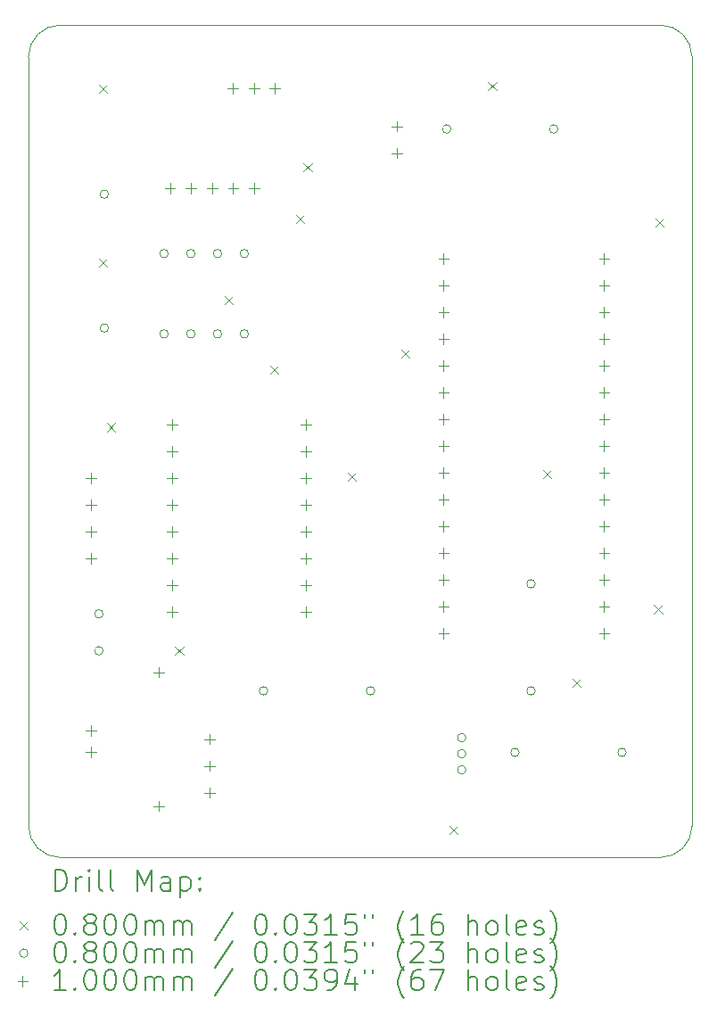
<source format=gbr>
%FSLAX45Y45*%
G04 Gerber Fmt 4.5, Leading zero omitted, Abs format (unit mm)*
G04 Created by KiCad (PCBNEW (6.0.0)) date 2022-05-09 08:45:18*
%MOMM*%
%LPD*%
G01*
G04 APERTURE LIST*
%TA.AperFunction,Profile*%
%ADD10C,0.100000*%
%TD*%
%ADD11C,0.200000*%
%ADD12C,0.080000*%
%ADD13C,0.100000*%
G04 APERTURE END LIST*
D10*
X20300000Y-6300000D02*
G75*
G03*
X20000000Y-6000000I-300000J0D01*
G01*
X20000000Y-6000000D02*
X14300000Y-6000000D01*
X14300000Y-6000000D02*
G75*
G03*
X14000000Y-6300000I0J-300000D01*
G01*
X20300000Y-13600000D02*
X20300000Y-6300000D01*
X20000000Y-13900000D02*
X14300000Y-13900000D01*
X14000000Y-13600000D02*
G75*
G03*
X14300000Y-13900000I300000J0D01*
G01*
X14000000Y-6300000D02*
X14000000Y-13600000D01*
X20000000Y-13900000D02*
G75*
G03*
X20300000Y-13600000I0J300000D01*
G01*
D11*
D12*
X14666600Y-6564000D02*
X14746600Y-6644000D01*
X14746600Y-6564000D02*
X14666600Y-6644000D01*
X14666600Y-8215000D02*
X14746600Y-8295000D01*
X14746600Y-8215000D02*
X14666600Y-8295000D01*
X14742800Y-9777100D02*
X14822800Y-9857100D01*
X14822800Y-9777100D02*
X14742800Y-9857100D01*
X15390500Y-11898000D02*
X15470500Y-11978000D01*
X15470500Y-11898000D02*
X15390500Y-11978000D01*
X15859900Y-8570100D02*
X15939900Y-8650100D01*
X15939900Y-8570100D02*
X15859900Y-8650100D01*
X16292200Y-9231000D02*
X16372200Y-9311000D01*
X16372200Y-9231000D02*
X16292200Y-9311000D01*
X16540000Y-7800000D02*
X16620000Y-7880000D01*
X16620000Y-7800000D02*
X16540000Y-7880000D01*
X16610000Y-7310000D02*
X16690000Y-7390000D01*
X16690000Y-7310000D02*
X16610000Y-7390000D01*
X17028800Y-10247000D02*
X17108800Y-10327000D01*
X17108800Y-10247000D02*
X17028800Y-10327000D01*
X17536800Y-9078600D02*
X17616800Y-9158600D01*
X17616800Y-9078600D02*
X17536800Y-9158600D01*
X17994000Y-13599800D02*
X18074000Y-13679800D01*
X18074000Y-13599800D02*
X17994000Y-13679800D01*
X18362300Y-6538600D02*
X18442300Y-6618600D01*
X18442300Y-6538600D02*
X18362300Y-6618600D01*
X18883000Y-10221600D02*
X18963000Y-10301600D01*
X18963000Y-10221600D02*
X18883000Y-10301600D01*
X19162400Y-12202800D02*
X19242400Y-12282800D01*
X19242400Y-12202800D02*
X19162400Y-12282800D01*
X19937100Y-11504300D02*
X20017100Y-11584300D01*
X20017100Y-11504300D02*
X19937100Y-11584300D01*
X19949800Y-7834000D02*
X20029800Y-7914000D01*
X20029800Y-7834000D02*
X19949800Y-7914000D01*
X14708500Y-11588000D02*
G75*
G03*
X14708500Y-11588000I-40000J0D01*
G01*
X14708500Y-11938000D02*
G75*
G03*
X14708500Y-11938000I-40000J0D01*
G01*
X14760000Y-7605000D02*
G75*
G03*
X14760000Y-7605000I-40000J0D01*
G01*
X14760000Y-8875000D02*
G75*
G03*
X14760000Y-8875000I-40000J0D01*
G01*
X15327000Y-8168000D02*
G75*
G03*
X15327000Y-8168000I-40000J0D01*
G01*
X15327000Y-8930000D02*
G75*
G03*
X15327000Y-8930000I-40000J0D01*
G01*
X15581000Y-8168000D02*
G75*
G03*
X15581000Y-8168000I-40000J0D01*
G01*
X15581000Y-8930000D02*
G75*
G03*
X15581000Y-8930000I-40000J0D01*
G01*
X15835000Y-8168000D02*
G75*
G03*
X15835000Y-8168000I-40000J0D01*
G01*
X15835000Y-8930000D02*
G75*
G03*
X15835000Y-8930000I-40000J0D01*
G01*
X16089000Y-8168000D02*
G75*
G03*
X16089000Y-8168000I-40000J0D01*
G01*
X16089000Y-8930000D02*
G75*
G03*
X16089000Y-8930000I-40000J0D01*
G01*
X16270600Y-12319000D02*
G75*
G03*
X16270600Y-12319000I-40000J0D01*
G01*
X17286600Y-12319000D02*
G75*
G03*
X17286600Y-12319000I-40000J0D01*
G01*
X18010500Y-6985000D02*
G75*
G03*
X18010500Y-6985000I-40000J0D01*
G01*
X18152300Y-12763500D02*
G75*
G03*
X18152300Y-12763500I-40000J0D01*
G01*
X18152300Y-12915900D02*
G75*
G03*
X18152300Y-12915900I-40000J0D01*
G01*
X18152300Y-13068300D02*
G75*
G03*
X18152300Y-13068300I-40000J0D01*
G01*
X18658200Y-12903200D02*
G75*
G03*
X18658200Y-12903200I-40000J0D01*
G01*
X18810600Y-11303000D02*
G75*
G03*
X18810600Y-11303000I-40000J0D01*
G01*
X18810600Y-12319000D02*
G75*
G03*
X18810600Y-12319000I-40000J0D01*
G01*
X19026500Y-6985000D02*
G75*
G03*
X19026500Y-6985000I-40000J0D01*
G01*
X19674200Y-12903200D02*
G75*
G03*
X19674200Y-12903200I-40000J0D01*
G01*
D13*
X14593900Y-12647300D02*
X14593900Y-12747300D01*
X14543900Y-12697300D02*
X14643900Y-12697300D01*
X14593900Y-12847300D02*
X14593900Y-12947300D01*
X14543900Y-12897300D02*
X14643900Y-12897300D01*
X14594840Y-10250000D02*
X14594840Y-10350000D01*
X14544840Y-10300000D02*
X14644840Y-10300000D01*
X14594840Y-10504000D02*
X14594840Y-10604000D01*
X14544840Y-10554000D02*
X14644840Y-10554000D01*
X14594840Y-10758000D02*
X14594840Y-10858000D01*
X14544840Y-10808000D02*
X14644840Y-10808000D01*
X14594840Y-11012000D02*
X14594840Y-11112000D01*
X14544840Y-11062000D02*
X14644840Y-11062000D01*
X15240000Y-12091200D02*
X15240000Y-12191200D01*
X15190000Y-12141200D02*
X15290000Y-12141200D01*
X15240000Y-13361200D02*
X15240000Y-13461200D01*
X15190000Y-13411200D02*
X15290000Y-13411200D01*
X15342920Y-7499760D02*
X15342920Y-7599760D01*
X15292920Y-7549760D02*
X15392920Y-7549760D01*
X15365000Y-9743000D02*
X15365000Y-9843000D01*
X15315000Y-9793000D02*
X15415000Y-9793000D01*
X15365000Y-9997000D02*
X15365000Y-10097000D01*
X15315000Y-10047000D02*
X15415000Y-10047000D01*
X15365000Y-10251000D02*
X15365000Y-10351000D01*
X15315000Y-10301000D02*
X15415000Y-10301000D01*
X15365000Y-10505000D02*
X15365000Y-10605000D01*
X15315000Y-10555000D02*
X15415000Y-10555000D01*
X15365000Y-10759000D02*
X15365000Y-10859000D01*
X15315000Y-10809000D02*
X15415000Y-10809000D01*
X15365000Y-11013000D02*
X15365000Y-11113000D01*
X15315000Y-11063000D02*
X15415000Y-11063000D01*
X15365000Y-11267000D02*
X15365000Y-11367000D01*
X15315000Y-11317000D02*
X15415000Y-11317000D01*
X15365000Y-11521000D02*
X15365000Y-11621000D01*
X15315000Y-11571000D02*
X15415000Y-11571000D01*
X15542920Y-7499760D02*
X15542920Y-7599760D01*
X15492920Y-7549760D02*
X15592920Y-7549760D01*
X15717000Y-12726200D02*
X15717000Y-12826200D01*
X15667000Y-12776200D02*
X15767000Y-12776200D01*
X15717000Y-12980200D02*
X15717000Y-13080200D01*
X15667000Y-13030200D02*
X15767000Y-13030200D01*
X15717000Y-13234200D02*
X15717000Y-13334200D01*
X15667000Y-13284200D02*
X15767000Y-13284200D01*
X15742920Y-7499760D02*
X15742920Y-7599760D01*
X15692920Y-7549760D02*
X15792920Y-7549760D01*
X15940000Y-6550000D02*
X15940000Y-6650000D01*
X15890000Y-6600000D02*
X15990000Y-6600000D01*
X15942920Y-7499760D02*
X15942920Y-7599760D01*
X15892920Y-7549760D02*
X15992920Y-7549760D01*
X16140000Y-6550000D02*
X16140000Y-6650000D01*
X16090000Y-6600000D02*
X16190000Y-6600000D01*
X16142920Y-7499760D02*
X16142920Y-7599760D01*
X16092920Y-7549760D02*
X16192920Y-7549760D01*
X16340000Y-6550000D02*
X16340000Y-6650000D01*
X16290000Y-6600000D02*
X16390000Y-6600000D01*
X16635000Y-9743000D02*
X16635000Y-9843000D01*
X16585000Y-9793000D02*
X16685000Y-9793000D01*
X16635000Y-9997000D02*
X16635000Y-10097000D01*
X16585000Y-10047000D02*
X16685000Y-10047000D01*
X16635000Y-10251000D02*
X16635000Y-10351000D01*
X16585000Y-10301000D02*
X16685000Y-10301000D01*
X16635000Y-10505000D02*
X16635000Y-10605000D01*
X16585000Y-10555000D02*
X16685000Y-10555000D01*
X16635000Y-10759000D02*
X16635000Y-10859000D01*
X16585000Y-10809000D02*
X16685000Y-10809000D01*
X16635000Y-11013000D02*
X16635000Y-11113000D01*
X16585000Y-11063000D02*
X16685000Y-11063000D01*
X16635000Y-11267000D02*
X16635000Y-11367000D01*
X16585000Y-11317000D02*
X16685000Y-11317000D01*
X16635000Y-11521000D02*
X16635000Y-11621000D01*
X16585000Y-11571000D02*
X16685000Y-11571000D01*
X17500600Y-6909600D02*
X17500600Y-7009600D01*
X17450600Y-6959600D02*
X17550600Y-6959600D01*
X17500600Y-7163600D02*
X17500600Y-7263600D01*
X17450600Y-7213600D02*
X17550600Y-7213600D01*
X17941060Y-8164000D02*
X17941060Y-8264000D01*
X17891060Y-8214000D02*
X17991060Y-8214000D01*
X17941060Y-8418000D02*
X17941060Y-8518000D01*
X17891060Y-8468000D02*
X17991060Y-8468000D01*
X17941060Y-8672000D02*
X17941060Y-8772000D01*
X17891060Y-8722000D02*
X17991060Y-8722000D01*
X17941060Y-8926000D02*
X17941060Y-9026000D01*
X17891060Y-8976000D02*
X17991060Y-8976000D01*
X17941060Y-9180000D02*
X17941060Y-9280000D01*
X17891060Y-9230000D02*
X17991060Y-9230000D01*
X17941060Y-9434000D02*
X17941060Y-9534000D01*
X17891060Y-9484000D02*
X17991060Y-9484000D01*
X17941060Y-9688000D02*
X17941060Y-9788000D01*
X17891060Y-9738000D02*
X17991060Y-9738000D01*
X17941060Y-9942000D02*
X17941060Y-10042000D01*
X17891060Y-9992000D02*
X17991060Y-9992000D01*
X17941060Y-10196000D02*
X17941060Y-10296000D01*
X17891060Y-10246000D02*
X17991060Y-10246000D01*
X17941060Y-10450000D02*
X17941060Y-10550000D01*
X17891060Y-10500000D02*
X17991060Y-10500000D01*
X17941060Y-10704000D02*
X17941060Y-10804000D01*
X17891060Y-10754000D02*
X17991060Y-10754000D01*
X17941060Y-10958000D02*
X17941060Y-11058000D01*
X17891060Y-11008000D02*
X17991060Y-11008000D01*
X17941060Y-11212000D02*
X17941060Y-11312000D01*
X17891060Y-11262000D02*
X17991060Y-11262000D01*
X17941060Y-11466000D02*
X17941060Y-11566000D01*
X17891060Y-11516000D02*
X17991060Y-11516000D01*
X17941060Y-11720000D02*
X17941060Y-11820000D01*
X17891060Y-11770000D02*
X17991060Y-11770000D01*
X19465060Y-8164000D02*
X19465060Y-8264000D01*
X19415060Y-8214000D02*
X19515060Y-8214000D01*
X19465060Y-8418000D02*
X19465060Y-8518000D01*
X19415060Y-8468000D02*
X19515060Y-8468000D01*
X19465060Y-8672000D02*
X19465060Y-8772000D01*
X19415060Y-8722000D02*
X19515060Y-8722000D01*
X19465060Y-8926000D02*
X19465060Y-9026000D01*
X19415060Y-8976000D02*
X19515060Y-8976000D01*
X19465060Y-9180000D02*
X19465060Y-9280000D01*
X19415060Y-9230000D02*
X19515060Y-9230000D01*
X19465060Y-9434000D02*
X19465060Y-9534000D01*
X19415060Y-9484000D02*
X19515060Y-9484000D01*
X19465060Y-9688000D02*
X19465060Y-9788000D01*
X19415060Y-9738000D02*
X19515060Y-9738000D01*
X19465060Y-9942000D02*
X19465060Y-10042000D01*
X19415060Y-9992000D02*
X19515060Y-9992000D01*
X19465060Y-10196000D02*
X19465060Y-10296000D01*
X19415060Y-10246000D02*
X19515060Y-10246000D01*
X19465060Y-10450000D02*
X19465060Y-10550000D01*
X19415060Y-10500000D02*
X19515060Y-10500000D01*
X19465060Y-10704000D02*
X19465060Y-10804000D01*
X19415060Y-10754000D02*
X19515060Y-10754000D01*
X19465060Y-10958000D02*
X19465060Y-11058000D01*
X19415060Y-11008000D02*
X19515060Y-11008000D01*
X19465060Y-11212000D02*
X19465060Y-11312000D01*
X19415060Y-11262000D02*
X19515060Y-11262000D01*
X19465060Y-11466000D02*
X19465060Y-11566000D01*
X19415060Y-11516000D02*
X19515060Y-11516000D01*
X19465060Y-11720000D02*
X19465060Y-11820000D01*
X19415060Y-11770000D02*
X19515060Y-11770000D01*
D11*
X14252619Y-14215476D02*
X14252619Y-14015476D01*
X14300238Y-14015476D01*
X14328809Y-14025000D01*
X14347857Y-14044048D01*
X14357381Y-14063095D01*
X14366905Y-14101190D01*
X14366905Y-14129762D01*
X14357381Y-14167857D01*
X14347857Y-14186905D01*
X14328809Y-14205952D01*
X14300238Y-14215476D01*
X14252619Y-14215476D01*
X14452619Y-14215476D02*
X14452619Y-14082143D01*
X14452619Y-14120238D02*
X14462143Y-14101190D01*
X14471667Y-14091667D01*
X14490714Y-14082143D01*
X14509762Y-14082143D01*
X14576428Y-14215476D02*
X14576428Y-14082143D01*
X14576428Y-14015476D02*
X14566905Y-14025000D01*
X14576428Y-14034524D01*
X14585952Y-14025000D01*
X14576428Y-14015476D01*
X14576428Y-14034524D01*
X14700238Y-14215476D02*
X14681190Y-14205952D01*
X14671667Y-14186905D01*
X14671667Y-14015476D01*
X14805000Y-14215476D02*
X14785952Y-14205952D01*
X14776428Y-14186905D01*
X14776428Y-14015476D01*
X15033571Y-14215476D02*
X15033571Y-14015476D01*
X15100238Y-14158333D01*
X15166905Y-14015476D01*
X15166905Y-14215476D01*
X15347857Y-14215476D02*
X15347857Y-14110714D01*
X15338333Y-14091667D01*
X15319286Y-14082143D01*
X15281190Y-14082143D01*
X15262143Y-14091667D01*
X15347857Y-14205952D02*
X15328809Y-14215476D01*
X15281190Y-14215476D01*
X15262143Y-14205952D01*
X15252619Y-14186905D01*
X15252619Y-14167857D01*
X15262143Y-14148809D01*
X15281190Y-14139286D01*
X15328809Y-14139286D01*
X15347857Y-14129762D01*
X15443095Y-14082143D02*
X15443095Y-14282143D01*
X15443095Y-14091667D02*
X15462143Y-14082143D01*
X15500238Y-14082143D01*
X15519286Y-14091667D01*
X15528809Y-14101190D01*
X15538333Y-14120238D01*
X15538333Y-14177381D01*
X15528809Y-14196428D01*
X15519286Y-14205952D01*
X15500238Y-14215476D01*
X15462143Y-14215476D01*
X15443095Y-14205952D01*
X15624048Y-14196428D02*
X15633571Y-14205952D01*
X15624048Y-14215476D01*
X15614524Y-14205952D01*
X15624048Y-14196428D01*
X15624048Y-14215476D01*
X15624048Y-14091667D02*
X15633571Y-14101190D01*
X15624048Y-14110714D01*
X15614524Y-14101190D01*
X15624048Y-14091667D01*
X15624048Y-14110714D01*
D12*
X13915000Y-14505000D02*
X13995000Y-14585000D01*
X13995000Y-14505000D02*
X13915000Y-14585000D01*
D11*
X14290714Y-14435476D02*
X14309762Y-14435476D01*
X14328809Y-14445000D01*
X14338333Y-14454524D01*
X14347857Y-14473571D01*
X14357381Y-14511667D01*
X14357381Y-14559286D01*
X14347857Y-14597381D01*
X14338333Y-14616428D01*
X14328809Y-14625952D01*
X14309762Y-14635476D01*
X14290714Y-14635476D01*
X14271667Y-14625952D01*
X14262143Y-14616428D01*
X14252619Y-14597381D01*
X14243095Y-14559286D01*
X14243095Y-14511667D01*
X14252619Y-14473571D01*
X14262143Y-14454524D01*
X14271667Y-14445000D01*
X14290714Y-14435476D01*
X14443095Y-14616428D02*
X14452619Y-14625952D01*
X14443095Y-14635476D01*
X14433571Y-14625952D01*
X14443095Y-14616428D01*
X14443095Y-14635476D01*
X14566905Y-14521190D02*
X14547857Y-14511667D01*
X14538333Y-14502143D01*
X14528809Y-14483095D01*
X14528809Y-14473571D01*
X14538333Y-14454524D01*
X14547857Y-14445000D01*
X14566905Y-14435476D01*
X14605000Y-14435476D01*
X14624048Y-14445000D01*
X14633571Y-14454524D01*
X14643095Y-14473571D01*
X14643095Y-14483095D01*
X14633571Y-14502143D01*
X14624048Y-14511667D01*
X14605000Y-14521190D01*
X14566905Y-14521190D01*
X14547857Y-14530714D01*
X14538333Y-14540238D01*
X14528809Y-14559286D01*
X14528809Y-14597381D01*
X14538333Y-14616428D01*
X14547857Y-14625952D01*
X14566905Y-14635476D01*
X14605000Y-14635476D01*
X14624048Y-14625952D01*
X14633571Y-14616428D01*
X14643095Y-14597381D01*
X14643095Y-14559286D01*
X14633571Y-14540238D01*
X14624048Y-14530714D01*
X14605000Y-14521190D01*
X14766905Y-14435476D02*
X14785952Y-14435476D01*
X14805000Y-14445000D01*
X14814524Y-14454524D01*
X14824048Y-14473571D01*
X14833571Y-14511667D01*
X14833571Y-14559286D01*
X14824048Y-14597381D01*
X14814524Y-14616428D01*
X14805000Y-14625952D01*
X14785952Y-14635476D01*
X14766905Y-14635476D01*
X14747857Y-14625952D01*
X14738333Y-14616428D01*
X14728809Y-14597381D01*
X14719286Y-14559286D01*
X14719286Y-14511667D01*
X14728809Y-14473571D01*
X14738333Y-14454524D01*
X14747857Y-14445000D01*
X14766905Y-14435476D01*
X14957381Y-14435476D02*
X14976428Y-14435476D01*
X14995476Y-14445000D01*
X15005000Y-14454524D01*
X15014524Y-14473571D01*
X15024048Y-14511667D01*
X15024048Y-14559286D01*
X15014524Y-14597381D01*
X15005000Y-14616428D01*
X14995476Y-14625952D01*
X14976428Y-14635476D01*
X14957381Y-14635476D01*
X14938333Y-14625952D01*
X14928809Y-14616428D01*
X14919286Y-14597381D01*
X14909762Y-14559286D01*
X14909762Y-14511667D01*
X14919286Y-14473571D01*
X14928809Y-14454524D01*
X14938333Y-14445000D01*
X14957381Y-14435476D01*
X15109762Y-14635476D02*
X15109762Y-14502143D01*
X15109762Y-14521190D02*
X15119286Y-14511667D01*
X15138333Y-14502143D01*
X15166905Y-14502143D01*
X15185952Y-14511667D01*
X15195476Y-14530714D01*
X15195476Y-14635476D01*
X15195476Y-14530714D02*
X15205000Y-14511667D01*
X15224048Y-14502143D01*
X15252619Y-14502143D01*
X15271667Y-14511667D01*
X15281190Y-14530714D01*
X15281190Y-14635476D01*
X15376428Y-14635476D02*
X15376428Y-14502143D01*
X15376428Y-14521190D02*
X15385952Y-14511667D01*
X15405000Y-14502143D01*
X15433571Y-14502143D01*
X15452619Y-14511667D01*
X15462143Y-14530714D01*
X15462143Y-14635476D01*
X15462143Y-14530714D02*
X15471667Y-14511667D01*
X15490714Y-14502143D01*
X15519286Y-14502143D01*
X15538333Y-14511667D01*
X15547857Y-14530714D01*
X15547857Y-14635476D01*
X15938333Y-14425952D02*
X15766905Y-14683095D01*
X16195476Y-14435476D02*
X16214524Y-14435476D01*
X16233571Y-14445000D01*
X16243095Y-14454524D01*
X16252619Y-14473571D01*
X16262143Y-14511667D01*
X16262143Y-14559286D01*
X16252619Y-14597381D01*
X16243095Y-14616428D01*
X16233571Y-14625952D01*
X16214524Y-14635476D01*
X16195476Y-14635476D01*
X16176428Y-14625952D01*
X16166905Y-14616428D01*
X16157381Y-14597381D01*
X16147857Y-14559286D01*
X16147857Y-14511667D01*
X16157381Y-14473571D01*
X16166905Y-14454524D01*
X16176428Y-14445000D01*
X16195476Y-14435476D01*
X16347857Y-14616428D02*
X16357381Y-14625952D01*
X16347857Y-14635476D01*
X16338333Y-14625952D01*
X16347857Y-14616428D01*
X16347857Y-14635476D01*
X16481190Y-14435476D02*
X16500238Y-14435476D01*
X16519286Y-14445000D01*
X16528809Y-14454524D01*
X16538333Y-14473571D01*
X16547857Y-14511667D01*
X16547857Y-14559286D01*
X16538333Y-14597381D01*
X16528809Y-14616428D01*
X16519286Y-14625952D01*
X16500238Y-14635476D01*
X16481190Y-14635476D01*
X16462143Y-14625952D01*
X16452619Y-14616428D01*
X16443095Y-14597381D01*
X16433571Y-14559286D01*
X16433571Y-14511667D01*
X16443095Y-14473571D01*
X16452619Y-14454524D01*
X16462143Y-14445000D01*
X16481190Y-14435476D01*
X16614524Y-14435476D02*
X16738333Y-14435476D01*
X16671667Y-14511667D01*
X16700238Y-14511667D01*
X16719286Y-14521190D01*
X16728809Y-14530714D01*
X16738333Y-14549762D01*
X16738333Y-14597381D01*
X16728809Y-14616428D01*
X16719286Y-14625952D01*
X16700238Y-14635476D01*
X16643095Y-14635476D01*
X16624048Y-14625952D01*
X16614524Y-14616428D01*
X16928810Y-14635476D02*
X16814524Y-14635476D01*
X16871667Y-14635476D02*
X16871667Y-14435476D01*
X16852619Y-14464048D01*
X16833571Y-14483095D01*
X16814524Y-14492619D01*
X17109762Y-14435476D02*
X17014524Y-14435476D01*
X17005000Y-14530714D01*
X17014524Y-14521190D01*
X17033571Y-14511667D01*
X17081190Y-14511667D01*
X17100238Y-14521190D01*
X17109762Y-14530714D01*
X17119286Y-14549762D01*
X17119286Y-14597381D01*
X17109762Y-14616428D01*
X17100238Y-14625952D01*
X17081190Y-14635476D01*
X17033571Y-14635476D01*
X17014524Y-14625952D01*
X17005000Y-14616428D01*
X17195476Y-14435476D02*
X17195476Y-14473571D01*
X17271667Y-14435476D02*
X17271667Y-14473571D01*
X17566905Y-14711667D02*
X17557381Y-14702143D01*
X17538333Y-14673571D01*
X17528810Y-14654524D01*
X17519286Y-14625952D01*
X17509762Y-14578333D01*
X17509762Y-14540238D01*
X17519286Y-14492619D01*
X17528810Y-14464048D01*
X17538333Y-14445000D01*
X17557381Y-14416428D01*
X17566905Y-14406905D01*
X17747857Y-14635476D02*
X17633571Y-14635476D01*
X17690714Y-14635476D02*
X17690714Y-14435476D01*
X17671667Y-14464048D01*
X17652619Y-14483095D01*
X17633571Y-14492619D01*
X17919286Y-14435476D02*
X17881190Y-14435476D01*
X17862143Y-14445000D01*
X17852619Y-14454524D01*
X17833571Y-14483095D01*
X17824048Y-14521190D01*
X17824048Y-14597381D01*
X17833571Y-14616428D01*
X17843095Y-14625952D01*
X17862143Y-14635476D01*
X17900238Y-14635476D01*
X17919286Y-14625952D01*
X17928810Y-14616428D01*
X17938333Y-14597381D01*
X17938333Y-14549762D01*
X17928810Y-14530714D01*
X17919286Y-14521190D01*
X17900238Y-14511667D01*
X17862143Y-14511667D01*
X17843095Y-14521190D01*
X17833571Y-14530714D01*
X17824048Y-14549762D01*
X18176429Y-14635476D02*
X18176429Y-14435476D01*
X18262143Y-14635476D02*
X18262143Y-14530714D01*
X18252619Y-14511667D01*
X18233571Y-14502143D01*
X18205000Y-14502143D01*
X18185952Y-14511667D01*
X18176429Y-14521190D01*
X18385952Y-14635476D02*
X18366905Y-14625952D01*
X18357381Y-14616428D01*
X18347857Y-14597381D01*
X18347857Y-14540238D01*
X18357381Y-14521190D01*
X18366905Y-14511667D01*
X18385952Y-14502143D01*
X18414524Y-14502143D01*
X18433571Y-14511667D01*
X18443095Y-14521190D01*
X18452619Y-14540238D01*
X18452619Y-14597381D01*
X18443095Y-14616428D01*
X18433571Y-14625952D01*
X18414524Y-14635476D01*
X18385952Y-14635476D01*
X18566905Y-14635476D02*
X18547857Y-14625952D01*
X18538333Y-14606905D01*
X18538333Y-14435476D01*
X18719286Y-14625952D02*
X18700238Y-14635476D01*
X18662143Y-14635476D01*
X18643095Y-14625952D01*
X18633571Y-14606905D01*
X18633571Y-14530714D01*
X18643095Y-14511667D01*
X18662143Y-14502143D01*
X18700238Y-14502143D01*
X18719286Y-14511667D01*
X18728810Y-14530714D01*
X18728810Y-14549762D01*
X18633571Y-14568809D01*
X18805000Y-14625952D02*
X18824048Y-14635476D01*
X18862143Y-14635476D01*
X18881190Y-14625952D01*
X18890714Y-14606905D01*
X18890714Y-14597381D01*
X18881190Y-14578333D01*
X18862143Y-14568809D01*
X18833571Y-14568809D01*
X18814524Y-14559286D01*
X18805000Y-14540238D01*
X18805000Y-14530714D01*
X18814524Y-14511667D01*
X18833571Y-14502143D01*
X18862143Y-14502143D01*
X18881190Y-14511667D01*
X18957381Y-14711667D02*
X18966905Y-14702143D01*
X18985952Y-14673571D01*
X18995476Y-14654524D01*
X19005000Y-14625952D01*
X19014524Y-14578333D01*
X19014524Y-14540238D01*
X19005000Y-14492619D01*
X18995476Y-14464048D01*
X18985952Y-14445000D01*
X18966905Y-14416428D01*
X18957381Y-14406905D01*
D12*
X13995000Y-14809000D02*
G75*
G03*
X13995000Y-14809000I-40000J0D01*
G01*
D11*
X14290714Y-14699476D02*
X14309762Y-14699476D01*
X14328809Y-14709000D01*
X14338333Y-14718524D01*
X14347857Y-14737571D01*
X14357381Y-14775667D01*
X14357381Y-14823286D01*
X14347857Y-14861381D01*
X14338333Y-14880428D01*
X14328809Y-14889952D01*
X14309762Y-14899476D01*
X14290714Y-14899476D01*
X14271667Y-14889952D01*
X14262143Y-14880428D01*
X14252619Y-14861381D01*
X14243095Y-14823286D01*
X14243095Y-14775667D01*
X14252619Y-14737571D01*
X14262143Y-14718524D01*
X14271667Y-14709000D01*
X14290714Y-14699476D01*
X14443095Y-14880428D02*
X14452619Y-14889952D01*
X14443095Y-14899476D01*
X14433571Y-14889952D01*
X14443095Y-14880428D01*
X14443095Y-14899476D01*
X14566905Y-14785190D02*
X14547857Y-14775667D01*
X14538333Y-14766143D01*
X14528809Y-14747095D01*
X14528809Y-14737571D01*
X14538333Y-14718524D01*
X14547857Y-14709000D01*
X14566905Y-14699476D01*
X14605000Y-14699476D01*
X14624048Y-14709000D01*
X14633571Y-14718524D01*
X14643095Y-14737571D01*
X14643095Y-14747095D01*
X14633571Y-14766143D01*
X14624048Y-14775667D01*
X14605000Y-14785190D01*
X14566905Y-14785190D01*
X14547857Y-14794714D01*
X14538333Y-14804238D01*
X14528809Y-14823286D01*
X14528809Y-14861381D01*
X14538333Y-14880428D01*
X14547857Y-14889952D01*
X14566905Y-14899476D01*
X14605000Y-14899476D01*
X14624048Y-14889952D01*
X14633571Y-14880428D01*
X14643095Y-14861381D01*
X14643095Y-14823286D01*
X14633571Y-14804238D01*
X14624048Y-14794714D01*
X14605000Y-14785190D01*
X14766905Y-14699476D02*
X14785952Y-14699476D01*
X14805000Y-14709000D01*
X14814524Y-14718524D01*
X14824048Y-14737571D01*
X14833571Y-14775667D01*
X14833571Y-14823286D01*
X14824048Y-14861381D01*
X14814524Y-14880428D01*
X14805000Y-14889952D01*
X14785952Y-14899476D01*
X14766905Y-14899476D01*
X14747857Y-14889952D01*
X14738333Y-14880428D01*
X14728809Y-14861381D01*
X14719286Y-14823286D01*
X14719286Y-14775667D01*
X14728809Y-14737571D01*
X14738333Y-14718524D01*
X14747857Y-14709000D01*
X14766905Y-14699476D01*
X14957381Y-14699476D02*
X14976428Y-14699476D01*
X14995476Y-14709000D01*
X15005000Y-14718524D01*
X15014524Y-14737571D01*
X15024048Y-14775667D01*
X15024048Y-14823286D01*
X15014524Y-14861381D01*
X15005000Y-14880428D01*
X14995476Y-14889952D01*
X14976428Y-14899476D01*
X14957381Y-14899476D01*
X14938333Y-14889952D01*
X14928809Y-14880428D01*
X14919286Y-14861381D01*
X14909762Y-14823286D01*
X14909762Y-14775667D01*
X14919286Y-14737571D01*
X14928809Y-14718524D01*
X14938333Y-14709000D01*
X14957381Y-14699476D01*
X15109762Y-14899476D02*
X15109762Y-14766143D01*
X15109762Y-14785190D02*
X15119286Y-14775667D01*
X15138333Y-14766143D01*
X15166905Y-14766143D01*
X15185952Y-14775667D01*
X15195476Y-14794714D01*
X15195476Y-14899476D01*
X15195476Y-14794714D02*
X15205000Y-14775667D01*
X15224048Y-14766143D01*
X15252619Y-14766143D01*
X15271667Y-14775667D01*
X15281190Y-14794714D01*
X15281190Y-14899476D01*
X15376428Y-14899476D02*
X15376428Y-14766143D01*
X15376428Y-14785190D02*
X15385952Y-14775667D01*
X15405000Y-14766143D01*
X15433571Y-14766143D01*
X15452619Y-14775667D01*
X15462143Y-14794714D01*
X15462143Y-14899476D01*
X15462143Y-14794714D02*
X15471667Y-14775667D01*
X15490714Y-14766143D01*
X15519286Y-14766143D01*
X15538333Y-14775667D01*
X15547857Y-14794714D01*
X15547857Y-14899476D01*
X15938333Y-14689952D02*
X15766905Y-14947095D01*
X16195476Y-14699476D02*
X16214524Y-14699476D01*
X16233571Y-14709000D01*
X16243095Y-14718524D01*
X16252619Y-14737571D01*
X16262143Y-14775667D01*
X16262143Y-14823286D01*
X16252619Y-14861381D01*
X16243095Y-14880428D01*
X16233571Y-14889952D01*
X16214524Y-14899476D01*
X16195476Y-14899476D01*
X16176428Y-14889952D01*
X16166905Y-14880428D01*
X16157381Y-14861381D01*
X16147857Y-14823286D01*
X16147857Y-14775667D01*
X16157381Y-14737571D01*
X16166905Y-14718524D01*
X16176428Y-14709000D01*
X16195476Y-14699476D01*
X16347857Y-14880428D02*
X16357381Y-14889952D01*
X16347857Y-14899476D01*
X16338333Y-14889952D01*
X16347857Y-14880428D01*
X16347857Y-14899476D01*
X16481190Y-14699476D02*
X16500238Y-14699476D01*
X16519286Y-14709000D01*
X16528809Y-14718524D01*
X16538333Y-14737571D01*
X16547857Y-14775667D01*
X16547857Y-14823286D01*
X16538333Y-14861381D01*
X16528809Y-14880428D01*
X16519286Y-14889952D01*
X16500238Y-14899476D01*
X16481190Y-14899476D01*
X16462143Y-14889952D01*
X16452619Y-14880428D01*
X16443095Y-14861381D01*
X16433571Y-14823286D01*
X16433571Y-14775667D01*
X16443095Y-14737571D01*
X16452619Y-14718524D01*
X16462143Y-14709000D01*
X16481190Y-14699476D01*
X16614524Y-14699476D02*
X16738333Y-14699476D01*
X16671667Y-14775667D01*
X16700238Y-14775667D01*
X16719286Y-14785190D01*
X16728809Y-14794714D01*
X16738333Y-14813762D01*
X16738333Y-14861381D01*
X16728809Y-14880428D01*
X16719286Y-14889952D01*
X16700238Y-14899476D01*
X16643095Y-14899476D01*
X16624048Y-14889952D01*
X16614524Y-14880428D01*
X16928810Y-14899476D02*
X16814524Y-14899476D01*
X16871667Y-14899476D02*
X16871667Y-14699476D01*
X16852619Y-14728048D01*
X16833571Y-14747095D01*
X16814524Y-14756619D01*
X17109762Y-14699476D02*
X17014524Y-14699476D01*
X17005000Y-14794714D01*
X17014524Y-14785190D01*
X17033571Y-14775667D01*
X17081190Y-14775667D01*
X17100238Y-14785190D01*
X17109762Y-14794714D01*
X17119286Y-14813762D01*
X17119286Y-14861381D01*
X17109762Y-14880428D01*
X17100238Y-14889952D01*
X17081190Y-14899476D01*
X17033571Y-14899476D01*
X17014524Y-14889952D01*
X17005000Y-14880428D01*
X17195476Y-14699476D02*
X17195476Y-14737571D01*
X17271667Y-14699476D02*
X17271667Y-14737571D01*
X17566905Y-14975667D02*
X17557381Y-14966143D01*
X17538333Y-14937571D01*
X17528810Y-14918524D01*
X17519286Y-14889952D01*
X17509762Y-14842333D01*
X17509762Y-14804238D01*
X17519286Y-14756619D01*
X17528810Y-14728048D01*
X17538333Y-14709000D01*
X17557381Y-14680428D01*
X17566905Y-14670905D01*
X17633571Y-14718524D02*
X17643095Y-14709000D01*
X17662143Y-14699476D01*
X17709762Y-14699476D01*
X17728810Y-14709000D01*
X17738333Y-14718524D01*
X17747857Y-14737571D01*
X17747857Y-14756619D01*
X17738333Y-14785190D01*
X17624048Y-14899476D01*
X17747857Y-14899476D01*
X17814524Y-14699476D02*
X17938333Y-14699476D01*
X17871667Y-14775667D01*
X17900238Y-14775667D01*
X17919286Y-14785190D01*
X17928810Y-14794714D01*
X17938333Y-14813762D01*
X17938333Y-14861381D01*
X17928810Y-14880428D01*
X17919286Y-14889952D01*
X17900238Y-14899476D01*
X17843095Y-14899476D01*
X17824048Y-14889952D01*
X17814524Y-14880428D01*
X18176429Y-14899476D02*
X18176429Y-14699476D01*
X18262143Y-14899476D02*
X18262143Y-14794714D01*
X18252619Y-14775667D01*
X18233571Y-14766143D01*
X18205000Y-14766143D01*
X18185952Y-14775667D01*
X18176429Y-14785190D01*
X18385952Y-14899476D02*
X18366905Y-14889952D01*
X18357381Y-14880428D01*
X18347857Y-14861381D01*
X18347857Y-14804238D01*
X18357381Y-14785190D01*
X18366905Y-14775667D01*
X18385952Y-14766143D01*
X18414524Y-14766143D01*
X18433571Y-14775667D01*
X18443095Y-14785190D01*
X18452619Y-14804238D01*
X18452619Y-14861381D01*
X18443095Y-14880428D01*
X18433571Y-14889952D01*
X18414524Y-14899476D01*
X18385952Y-14899476D01*
X18566905Y-14899476D02*
X18547857Y-14889952D01*
X18538333Y-14870905D01*
X18538333Y-14699476D01*
X18719286Y-14889952D02*
X18700238Y-14899476D01*
X18662143Y-14899476D01*
X18643095Y-14889952D01*
X18633571Y-14870905D01*
X18633571Y-14794714D01*
X18643095Y-14775667D01*
X18662143Y-14766143D01*
X18700238Y-14766143D01*
X18719286Y-14775667D01*
X18728810Y-14794714D01*
X18728810Y-14813762D01*
X18633571Y-14832809D01*
X18805000Y-14889952D02*
X18824048Y-14899476D01*
X18862143Y-14899476D01*
X18881190Y-14889952D01*
X18890714Y-14870905D01*
X18890714Y-14861381D01*
X18881190Y-14842333D01*
X18862143Y-14832809D01*
X18833571Y-14832809D01*
X18814524Y-14823286D01*
X18805000Y-14804238D01*
X18805000Y-14794714D01*
X18814524Y-14775667D01*
X18833571Y-14766143D01*
X18862143Y-14766143D01*
X18881190Y-14775667D01*
X18957381Y-14975667D02*
X18966905Y-14966143D01*
X18985952Y-14937571D01*
X18995476Y-14918524D01*
X19005000Y-14889952D01*
X19014524Y-14842333D01*
X19014524Y-14804238D01*
X19005000Y-14756619D01*
X18995476Y-14728048D01*
X18985952Y-14709000D01*
X18966905Y-14680428D01*
X18957381Y-14670905D01*
D13*
X13945000Y-15023000D02*
X13945000Y-15123000D01*
X13895000Y-15073000D02*
X13995000Y-15073000D01*
D11*
X14357381Y-15163476D02*
X14243095Y-15163476D01*
X14300238Y-15163476D02*
X14300238Y-14963476D01*
X14281190Y-14992048D01*
X14262143Y-15011095D01*
X14243095Y-15020619D01*
X14443095Y-15144428D02*
X14452619Y-15153952D01*
X14443095Y-15163476D01*
X14433571Y-15153952D01*
X14443095Y-15144428D01*
X14443095Y-15163476D01*
X14576428Y-14963476D02*
X14595476Y-14963476D01*
X14614524Y-14973000D01*
X14624048Y-14982524D01*
X14633571Y-15001571D01*
X14643095Y-15039667D01*
X14643095Y-15087286D01*
X14633571Y-15125381D01*
X14624048Y-15144428D01*
X14614524Y-15153952D01*
X14595476Y-15163476D01*
X14576428Y-15163476D01*
X14557381Y-15153952D01*
X14547857Y-15144428D01*
X14538333Y-15125381D01*
X14528809Y-15087286D01*
X14528809Y-15039667D01*
X14538333Y-15001571D01*
X14547857Y-14982524D01*
X14557381Y-14973000D01*
X14576428Y-14963476D01*
X14766905Y-14963476D02*
X14785952Y-14963476D01*
X14805000Y-14973000D01*
X14814524Y-14982524D01*
X14824048Y-15001571D01*
X14833571Y-15039667D01*
X14833571Y-15087286D01*
X14824048Y-15125381D01*
X14814524Y-15144428D01*
X14805000Y-15153952D01*
X14785952Y-15163476D01*
X14766905Y-15163476D01*
X14747857Y-15153952D01*
X14738333Y-15144428D01*
X14728809Y-15125381D01*
X14719286Y-15087286D01*
X14719286Y-15039667D01*
X14728809Y-15001571D01*
X14738333Y-14982524D01*
X14747857Y-14973000D01*
X14766905Y-14963476D01*
X14957381Y-14963476D02*
X14976428Y-14963476D01*
X14995476Y-14973000D01*
X15005000Y-14982524D01*
X15014524Y-15001571D01*
X15024048Y-15039667D01*
X15024048Y-15087286D01*
X15014524Y-15125381D01*
X15005000Y-15144428D01*
X14995476Y-15153952D01*
X14976428Y-15163476D01*
X14957381Y-15163476D01*
X14938333Y-15153952D01*
X14928809Y-15144428D01*
X14919286Y-15125381D01*
X14909762Y-15087286D01*
X14909762Y-15039667D01*
X14919286Y-15001571D01*
X14928809Y-14982524D01*
X14938333Y-14973000D01*
X14957381Y-14963476D01*
X15109762Y-15163476D02*
X15109762Y-15030143D01*
X15109762Y-15049190D02*
X15119286Y-15039667D01*
X15138333Y-15030143D01*
X15166905Y-15030143D01*
X15185952Y-15039667D01*
X15195476Y-15058714D01*
X15195476Y-15163476D01*
X15195476Y-15058714D02*
X15205000Y-15039667D01*
X15224048Y-15030143D01*
X15252619Y-15030143D01*
X15271667Y-15039667D01*
X15281190Y-15058714D01*
X15281190Y-15163476D01*
X15376428Y-15163476D02*
X15376428Y-15030143D01*
X15376428Y-15049190D02*
X15385952Y-15039667D01*
X15405000Y-15030143D01*
X15433571Y-15030143D01*
X15452619Y-15039667D01*
X15462143Y-15058714D01*
X15462143Y-15163476D01*
X15462143Y-15058714D02*
X15471667Y-15039667D01*
X15490714Y-15030143D01*
X15519286Y-15030143D01*
X15538333Y-15039667D01*
X15547857Y-15058714D01*
X15547857Y-15163476D01*
X15938333Y-14953952D02*
X15766905Y-15211095D01*
X16195476Y-14963476D02*
X16214524Y-14963476D01*
X16233571Y-14973000D01*
X16243095Y-14982524D01*
X16252619Y-15001571D01*
X16262143Y-15039667D01*
X16262143Y-15087286D01*
X16252619Y-15125381D01*
X16243095Y-15144428D01*
X16233571Y-15153952D01*
X16214524Y-15163476D01*
X16195476Y-15163476D01*
X16176428Y-15153952D01*
X16166905Y-15144428D01*
X16157381Y-15125381D01*
X16147857Y-15087286D01*
X16147857Y-15039667D01*
X16157381Y-15001571D01*
X16166905Y-14982524D01*
X16176428Y-14973000D01*
X16195476Y-14963476D01*
X16347857Y-15144428D02*
X16357381Y-15153952D01*
X16347857Y-15163476D01*
X16338333Y-15153952D01*
X16347857Y-15144428D01*
X16347857Y-15163476D01*
X16481190Y-14963476D02*
X16500238Y-14963476D01*
X16519286Y-14973000D01*
X16528809Y-14982524D01*
X16538333Y-15001571D01*
X16547857Y-15039667D01*
X16547857Y-15087286D01*
X16538333Y-15125381D01*
X16528809Y-15144428D01*
X16519286Y-15153952D01*
X16500238Y-15163476D01*
X16481190Y-15163476D01*
X16462143Y-15153952D01*
X16452619Y-15144428D01*
X16443095Y-15125381D01*
X16433571Y-15087286D01*
X16433571Y-15039667D01*
X16443095Y-15001571D01*
X16452619Y-14982524D01*
X16462143Y-14973000D01*
X16481190Y-14963476D01*
X16614524Y-14963476D02*
X16738333Y-14963476D01*
X16671667Y-15039667D01*
X16700238Y-15039667D01*
X16719286Y-15049190D01*
X16728809Y-15058714D01*
X16738333Y-15077762D01*
X16738333Y-15125381D01*
X16728809Y-15144428D01*
X16719286Y-15153952D01*
X16700238Y-15163476D01*
X16643095Y-15163476D01*
X16624048Y-15153952D01*
X16614524Y-15144428D01*
X16833571Y-15163476D02*
X16871667Y-15163476D01*
X16890714Y-15153952D01*
X16900238Y-15144428D01*
X16919286Y-15115857D01*
X16928810Y-15077762D01*
X16928810Y-15001571D01*
X16919286Y-14982524D01*
X16909762Y-14973000D01*
X16890714Y-14963476D01*
X16852619Y-14963476D01*
X16833571Y-14973000D01*
X16824048Y-14982524D01*
X16814524Y-15001571D01*
X16814524Y-15049190D01*
X16824048Y-15068238D01*
X16833571Y-15077762D01*
X16852619Y-15087286D01*
X16890714Y-15087286D01*
X16909762Y-15077762D01*
X16919286Y-15068238D01*
X16928810Y-15049190D01*
X17100238Y-15030143D02*
X17100238Y-15163476D01*
X17052619Y-14953952D02*
X17005000Y-15096809D01*
X17128810Y-15096809D01*
X17195476Y-14963476D02*
X17195476Y-15001571D01*
X17271667Y-14963476D02*
X17271667Y-15001571D01*
X17566905Y-15239667D02*
X17557381Y-15230143D01*
X17538333Y-15201571D01*
X17528810Y-15182524D01*
X17519286Y-15153952D01*
X17509762Y-15106333D01*
X17509762Y-15068238D01*
X17519286Y-15020619D01*
X17528810Y-14992048D01*
X17538333Y-14973000D01*
X17557381Y-14944428D01*
X17566905Y-14934905D01*
X17728810Y-14963476D02*
X17690714Y-14963476D01*
X17671667Y-14973000D01*
X17662143Y-14982524D01*
X17643095Y-15011095D01*
X17633571Y-15049190D01*
X17633571Y-15125381D01*
X17643095Y-15144428D01*
X17652619Y-15153952D01*
X17671667Y-15163476D01*
X17709762Y-15163476D01*
X17728810Y-15153952D01*
X17738333Y-15144428D01*
X17747857Y-15125381D01*
X17747857Y-15077762D01*
X17738333Y-15058714D01*
X17728810Y-15049190D01*
X17709762Y-15039667D01*
X17671667Y-15039667D01*
X17652619Y-15049190D01*
X17643095Y-15058714D01*
X17633571Y-15077762D01*
X17814524Y-14963476D02*
X17947857Y-14963476D01*
X17862143Y-15163476D01*
X18176429Y-15163476D02*
X18176429Y-14963476D01*
X18262143Y-15163476D02*
X18262143Y-15058714D01*
X18252619Y-15039667D01*
X18233571Y-15030143D01*
X18205000Y-15030143D01*
X18185952Y-15039667D01*
X18176429Y-15049190D01*
X18385952Y-15163476D02*
X18366905Y-15153952D01*
X18357381Y-15144428D01*
X18347857Y-15125381D01*
X18347857Y-15068238D01*
X18357381Y-15049190D01*
X18366905Y-15039667D01*
X18385952Y-15030143D01*
X18414524Y-15030143D01*
X18433571Y-15039667D01*
X18443095Y-15049190D01*
X18452619Y-15068238D01*
X18452619Y-15125381D01*
X18443095Y-15144428D01*
X18433571Y-15153952D01*
X18414524Y-15163476D01*
X18385952Y-15163476D01*
X18566905Y-15163476D02*
X18547857Y-15153952D01*
X18538333Y-15134905D01*
X18538333Y-14963476D01*
X18719286Y-15153952D02*
X18700238Y-15163476D01*
X18662143Y-15163476D01*
X18643095Y-15153952D01*
X18633571Y-15134905D01*
X18633571Y-15058714D01*
X18643095Y-15039667D01*
X18662143Y-15030143D01*
X18700238Y-15030143D01*
X18719286Y-15039667D01*
X18728810Y-15058714D01*
X18728810Y-15077762D01*
X18633571Y-15096809D01*
X18805000Y-15153952D02*
X18824048Y-15163476D01*
X18862143Y-15163476D01*
X18881190Y-15153952D01*
X18890714Y-15134905D01*
X18890714Y-15125381D01*
X18881190Y-15106333D01*
X18862143Y-15096809D01*
X18833571Y-15096809D01*
X18814524Y-15087286D01*
X18805000Y-15068238D01*
X18805000Y-15058714D01*
X18814524Y-15039667D01*
X18833571Y-15030143D01*
X18862143Y-15030143D01*
X18881190Y-15039667D01*
X18957381Y-15239667D02*
X18966905Y-15230143D01*
X18985952Y-15201571D01*
X18995476Y-15182524D01*
X19005000Y-15153952D01*
X19014524Y-15106333D01*
X19014524Y-15068238D01*
X19005000Y-15020619D01*
X18995476Y-14992048D01*
X18985952Y-14973000D01*
X18966905Y-14944428D01*
X18957381Y-14934905D01*
M02*

</source>
